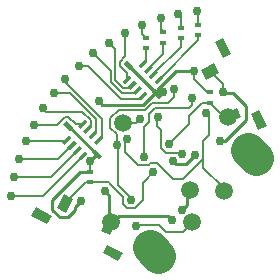
<source format=gbl>
G04 (created by PCBNEW (2013-jul-07)-stable) date Tue 08 Dec 2015 07:39:13 AM CST*
%MOIN*%
G04 Gerber Fmt 3.4, Leading zero omitted, Abs format*
%FSLAX34Y34*%
G01*
G70*
G90*
G04 APERTURE LIST*
%ADD10C,0.00590551*%
%ADD11R,0.0236X0.0157*%
%ADD12C,0.0590551*%
%ADD13C,0.11811*%
%ADD14C,0.0295276*%
%ADD15C,0.00984252*%
G04 APERTURE END LIST*
G54D10*
G54D11*
X72047Y-13326D03*
X72047Y-12972D03*
X68051Y-15984D03*
X68051Y-15630D03*
G54D10*
G36*
X71745Y-12236D02*
X72192Y-12013D01*
X72350Y-12330D01*
X71903Y-12553D01*
X71745Y-12236D01*
X71745Y-12236D01*
G37*
G36*
X72483Y-13716D02*
X72930Y-13493D01*
X73088Y-13810D01*
X72641Y-14033D01*
X72483Y-13716D01*
X72483Y-13716D01*
G37*
G36*
X73393Y-13702D02*
X73675Y-13561D01*
X73938Y-14090D01*
X73656Y-14230D01*
X73393Y-13702D01*
X73393Y-13702D01*
G37*
G36*
X72198Y-11306D02*
X72480Y-11165D01*
X72744Y-11694D01*
X72462Y-11834D01*
X72198Y-11306D01*
X72198Y-11306D01*
G37*
G36*
X68955Y-17307D02*
X68724Y-17750D01*
X68410Y-17587D01*
X68641Y-17143D01*
X68955Y-17307D01*
X68955Y-17307D01*
G37*
G36*
X67489Y-16543D02*
X67258Y-16987D01*
X66943Y-16823D01*
X67174Y-16380D01*
X67489Y-16543D01*
X67489Y-16543D01*
G37*
G36*
X66760Y-17089D02*
X66615Y-17369D01*
X66091Y-17096D01*
X66236Y-16817D01*
X66760Y-17089D01*
X66760Y-17089D01*
G37*
G36*
X69135Y-18326D02*
X68990Y-18605D01*
X68466Y-18332D01*
X68611Y-18053D01*
X69135Y-18326D01*
X69135Y-18326D01*
G37*
G36*
X67995Y-14460D02*
X68217Y-14237D01*
X68301Y-14321D01*
X68078Y-14543D01*
X67995Y-14460D01*
X67995Y-14460D01*
G37*
G36*
X67818Y-14283D02*
X68040Y-14060D01*
X68124Y-14144D01*
X67901Y-14367D01*
X67818Y-14283D01*
X67818Y-14283D01*
G37*
G36*
X68171Y-14637D02*
X68394Y-14414D01*
X68478Y-14498D01*
X68255Y-14720D01*
X68171Y-14637D01*
X68171Y-14637D01*
G37*
G36*
X67641Y-14106D02*
X67864Y-13884D01*
X67947Y-13967D01*
X67724Y-14190D01*
X67641Y-14106D01*
X67641Y-14106D01*
G37*
G36*
X67466Y-14989D02*
X67688Y-14766D01*
X67772Y-14850D01*
X67549Y-15072D01*
X67466Y-14989D01*
X67466Y-14989D01*
G37*
G36*
X67289Y-14812D02*
X67512Y-14589D01*
X67595Y-14673D01*
X67372Y-14896D01*
X67289Y-14812D01*
X67289Y-14812D01*
G37*
G36*
X67642Y-15166D02*
X67865Y-14943D01*
X67949Y-15026D01*
X67726Y-15249D01*
X67642Y-15166D01*
X67642Y-15166D01*
G37*
G36*
X67112Y-14635D02*
X67335Y-14413D01*
X67418Y-14496D01*
X67196Y-14719D01*
X67112Y-14635D01*
X67112Y-14635D01*
G37*
G36*
X67148Y-14031D02*
X67259Y-13919D01*
X67482Y-14142D01*
X67370Y-14253D01*
X67148Y-14031D01*
X67148Y-14031D01*
G37*
G36*
X68108Y-14991D02*
X68219Y-14880D01*
X68442Y-15102D01*
X68331Y-15214D01*
X68108Y-14991D01*
X68108Y-14991D01*
G37*
G54D12*
X69153Y-13996D03*
G54D10*
G36*
X70002Y-12452D02*
X70225Y-12229D01*
X70309Y-12313D01*
X70086Y-12536D01*
X70002Y-12452D01*
X70002Y-12452D01*
G37*
G36*
X69826Y-12275D02*
X70048Y-12053D01*
X70132Y-12136D01*
X69909Y-12359D01*
X69826Y-12275D01*
X69826Y-12275D01*
G37*
G36*
X70179Y-12629D02*
X70402Y-12406D01*
X70485Y-12490D01*
X70263Y-12712D01*
X70179Y-12629D01*
X70179Y-12629D01*
G37*
G36*
X69649Y-12099D02*
X69872Y-11876D01*
X69955Y-11959D01*
X69732Y-12182D01*
X69649Y-12099D01*
X69649Y-12099D01*
G37*
G36*
X69473Y-12981D02*
X69696Y-12758D01*
X69780Y-12842D01*
X69557Y-13065D01*
X69473Y-12981D01*
X69473Y-12981D01*
G37*
G36*
X69297Y-12804D02*
X69519Y-12582D01*
X69603Y-12665D01*
X69380Y-12888D01*
X69297Y-12804D01*
X69297Y-12804D01*
G37*
G36*
X69650Y-13158D02*
X69873Y-12935D01*
X69956Y-13019D01*
X69734Y-13241D01*
X69650Y-13158D01*
X69650Y-13158D01*
G37*
G36*
X69120Y-12627D02*
X69343Y-12405D01*
X69426Y-12488D01*
X69203Y-12711D01*
X69120Y-12627D01*
X69120Y-12627D01*
G37*
G36*
X69155Y-12023D02*
X69267Y-11911D01*
X69489Y-12134D01*
X69378Y-12245D01*
X69155Y-12023D01*
X69155Y-12023D01*
G37*
G36*
X70116Y-12983D02*
X70227Y-12872D01*
X70450Y-13094D01*
X70339Y-13206D01*
X70116Y-12983D01*
X70116Y-12983D01*
G37*
G54D13*
X70043Y-18142D02*
X70321Y-18421D01*
X73300Y-14885D02*
X73578Y-15164D01*
G54D12*
X71456Y-17303D03*
X72500Y-16259D03*
X71377Y-16220D03*
X72637Y-13799D03*
X68759Y-17303D03*
G54D11*
X71653Y-10728D03*
X71653Y-11082D03*
X71082Y-10826D03*
X71082Y-11180D03*
X70492Y-10964D03*
X70492Y-11318D03*
X69921Y-11161D03*
X69921Y-11515D03*
G54D14*
X68326Y-13267D03*
X70472Y-12952D03*
X71122Y-16889D03*
X71496Y-12283D03*
X67736Y-16594D03*
X68051Y-15275D03*
X70984Y-10354D03*
X71614Y-10255D03*
X69222Y-11003D03*
X71909Y-13661D03*
X69271Y-14527D03*
X70688Y-14704D03*
X69566Y-17421D03*
X70846Y-12854D03*
X68937Y-14724D03*
X69409Y-16574D03*
X70157Y-15649D03*
X65521Y-15807D03*
X65413Y-16437D03*
X70295Y-13799D03*
X71102Y-15019D03*
X69724Y-13858D03*
X65688Y-15206D03*
X68681Y-11318D03*
X71456Y-13169D03*
X69842Y-15118D03*
X66161Y-14064D03*
X66476Y-13513D03*
X66830Y-13011D03*
X67224Y-12539D03*
X68159Y-11683D03*
X67677Y-12086D03*
X65905Y-14616D03*
X69783Y-10728D03*
X70393Y-10511D03*
X70787Y-17244D03*
X70807Y-15275D03*
X68543Y-16279D03*
X71535Y-15078D03*
X72362Y-14606D03*
X72480Y-12972D03*
G54D15*
X68543Y-13385D02*
X68444Y-13385D01*
X68444Y-13385D02*
X68326Y-13267D01*
X68543Y-13395D02*
X68533Y-13395D01*
X68543Y-13385D02*
X68543Y-13395D01*
X70385Y-13039D02*
X70283Y-13039D01*
X70472Y-12952D02*
X70385Y-13039D01*
X70283Y-13039D02*
X70283Y-12905D01*
X70283Y-12905D02*
X70610Y-12578D01*
X70905Y-12283D02*
X71496Y-12283D01*
X70610Y-12578D02*
X70905Y-12283D01*
X68533Y-13395D02*
X69812Y-13395D01*
X70169Y-13039D02*
X69812Y-13395D01*
X70283Y-13039D02*
X70169Y-13039D01*
X71279Y-16732D02*
X71279Y-16318D01*
X71279Y-16318D02*
X71377Y-16220D01*
X71122Y-16889D02*
X71279Y-16732D01*
G54D10*
X72047Y-12972D02*
X71948Y-12972D01*
X71948Y-12972D02*
X71496Y-12519D01*
X71496Y-12519D02*
X71496Y-12283D01*
G54D15*
X67716Y-15630D02*
X68051Y-15630D01*
X66791Y-16555D02*
X67716Y-15630D01*
X66791Y-16889D02*
X66791Y-16555D01*
X67027Y-17125D02*
X66791Y-16889D01*
X67322Y-17125D02*
X67027Y-17125D01*
X67539Y-16909D02*
X67322Y-17125D01*
X67539Y-16791D02*
X67539Y-16909D01*
X67736Y-16594D02*
X67539Y-16791D01*
G54D10*
X68051Y-15275D02*
X68051Y-15630D01*
G54D15*
X68275Y-15051D02*
X68275Y-15047D01*
X68051Y-15275D02*
X68275Y-15051D01*
X67315Y-14086D02*
X68275Y-15047D01*
X69322Y-12078D02*
X70283Y-13039D01*
G54D10*
X71082Y-10826D02*
X71082Y-10452D01*
X71082Y-10452D02*
X70984Y-10354D01*
X71653Y-10728D02*
X71653Y-10295D01*
X71653Y-10295D02*
X71614Y-10255D01*
X71653Y-10295D02*
X71614Y-10255D01*
X69273Y-12558D02*
X69273Y-12324D01*
X69222Y-11781D02*
X69222Y-11003D01*
X69035Y-11968D02*
X69222Y-11781D01*
X69035Y-12086D02*
X69035Y-11968D01*
X69273Y-12324D02*
X69035Y-12086D01*
X69212Y-14957D02*
X69212Y-14586D01*
X69212Y-14586D02*
X69271Y-14527D01*
X72500Y-16259D02*
X72500Y-16181D01*
X72500Y-16181D02*
X71811Y-15492D01*
X71712Y-15295D02*
X71141Y-15866D01*
X70807Y-15866D02*
X70275Y-15334D01*
X71141Y-15866D02*
X70807Y-15866D01*
X71811Y-14685D02*
X71811Y-14586D01*
X71811Y-15196D02*
X71811Y-14685D01*
X71811Y-14586D02*
X72007Y-14389D01*
X72007Y-14389D02*
X72007Y-13759D01*
X72007Y-13759D02*
X71909Y-13661D01*
X71811Y-15492D02*
X71811Y-15196D01*
X69212Y-14957D02*
X69212Y-14960D01*
X69291Y-15039D02*
X69645Y-15393D01*
X69645Y-15393D02*
X70000Y-15393D01*
X70000Y-15393D02*
X70059Y-15334D01*
X70059Y-15334D02*
X70275Y-15334D01*
X69212Y-14960D02*
X69291Y-15039D01*
X71712Y-15295D02*
X71811Y-15196D01*
X71358Y-14035D02*
X71358Y-13759D01*
X71791Y-13326D02*
X72047Y-13326D01*
X71358Y-13759D02*
X71791Y-13326D01*
X70688Y-14704D02*
X71358Y-14035D01*
X72785Y-13763D02*
X72483Y-13763D01*
X72483Y-13763D02*
X72047Y-13326D01*
X70905Y-17618D02*
X71141Y-17618D01*
X71141Y-17618D02*
X71456Y-17303D01*
X69566Y-17421D02*
X69547Y-17401D01*
X70255Y-17401D02*
X70354Y-17401D01*
X69547Y-17401D02*
X70255Y-17401D01*
X70354Y-17401D02*
X70570Y-17618D01*
X70570Y-17618D02*
X70905Y-17618D01*
X68937Y-14370D02*
X68720Y-14153D01*
X70846Y-12854D02*
X70826Y-12874D01*
X70826Y-12874D02*
X70826Y-13129D01*
X68937Y-14370D02*
X68937Y-14724D01*
X70629Y-13326D02*
X70826Y-13129D01*
X70118Y-13326D02*
X70629Y-13326D01*
X69882Y-13562D02*
X70118Y-13326D01*
X68996Y-13562D02*
X69882Y-13562D01*
X68720Y-13838D02*
X68996Y-13562D01*
X68720Y-14153D02*
X68720Y-13838D01*
X68976Y-15216D02*
X68976Y-14763D01*
X68976Y-14763D02*
X68937Y-14724D01*
X69409Y-16574D02*
X69409Y-16515D01*
X68976Y-16082D02*
X68976Y-15216D01*
X68976Y-15216D02*
X68976Y-15177D01*
X69409Y-16515D02*
X68976Y-16082D01*
X68720Y-16043D02*
X68661Y-15984D01*
X68543Y-15984D02*
X68543Y-15984D01*
X68543Y-15984D02*
X68543Y-15984D01*
X68661Y-15984D02*
X68543Y-15984D01*
X69822Y-16574D02*
X69822Y-15984D01*
X69547Y-16850D02*
X69822Y-16574D01*
X69291Y-16850D02*
X69547Y-16850D01*
X69133Y-16692D02*
X69291Y-16850D01*
X69133Y-16456D02*
X69133Y-16692D01*
X68720Y-16043D02*
X69133Y-16456D01*
X70157Y-15649D02*
X69881Y-15925D01*
X69842Y-15964D02*
X69822Y-15984D01*
X69881Y-15925D02*
X69842Y-15964D01*
X68051Y-15984D02*
X68543Y-15984D01*
X68051Y-15984D02*
X67915Y-15984D01*
X67915Y-15984D02*
X67216Y-16683D01*
X71653Y-11082D02*
X71653Y-11238D01*
X71653Y-11238D02*
X70332Y-12559D01*
X67619Y-14919D02*
X67619Y-14920D01*
X66732Y-15807D02*
X65521Y-15807D01*
X67619Y-14920D02*
X66732Y-15807D01*
X67795Y-15096D02*
X67795Y-15117D01*
X66476Y-16437D02*
X65413Y-16437D01*
X67795Y-15117D02*
X66476Y-16437D01*
X70275Y-14094D02*
X70275Y-13818D01*
X70275Y-13818D02*
X70295Y-13799D01*
X70413Y-14842D02*
X70413Y-14232D01*
X71102Y-15019D02*
X71082Y-15000D01*
X71082Y-15000D02*
X70570Y-15000D01*
X70570Y-15000D02*
X70413Y-14842D01*
X70413Y-14232D02*
X70275Y-14094D01*
X69586Y-13996D02*
X69153Y-13996D01*
X69724Y-13858D02*
X69586Y-13996D01*
X67442Y-14743D02*
X67442Y-14743D01*
X66978Y-15206D02*
X65688Y-15206D01*
X67442Y-14743D02*
X66978Y-15206D01*
X69450Y-12735D02*
X69449Y-12735D01*
X68887Y-11525D02*
X68681Y-11318D01*
X68887Y-12568D02*
X68887Y-11525D01*
X69153Y-12834D02*
X68887Y-12568D01*
X69350Y-12834D02*
X69153Y-12834D01*
X69449Y-12735D02*
X69350Y-12834D01*
X69842Y-14133D02*
X70000Y-13976D01*
X70196Y-13503D02*
X70472Y-13503D01*
X70000Y-13700D02*
X70196Y-13503D01*
X70000Y-13976D02*
X70000Y-13700D01*
X71338Y-13503D02*
X71397Y-13444D01*
X71397Y-13444D02*
X71456Y-13385D01*
X71456Y-13385D02*
X71456Y-13169D01*
X70472Y-13503D02*
X71338Y-13503D01*
X69842Y-15118D02*
X69842Y-14133D01*
X67794Y-14037D02*
X67560Y-14037D01*
X66938Y-14064D02*
X66161Y-14064D01*
X67204Y-13799D02*
X66938Y-14064D01*
X67322Y-13799D02*
X67204Y-13799D01*
X67560Y-14037D02*
X67322Y-13799D01*
X67971Y-14214D02*
X67971Y-14213D01*
X66584Y-13622D02*
X66476Y-13513D01*
X67775Y-13622D02*
X66584Y-13622D01*
X68070Y-13917D02*
X67775Y-13622D01*
X68070Y-14114D02*
X68070Y-13917D01*
X67971Y-14213D02*
X68070Y-14114D01*
X68148Y-14390D02*
X68148Y-14390D01*
X67381Y-13011D02*
X66830Y-13011D01*
X68248Y-13877D02*
X67381Y-13011D01*
X68248Y-14291D02*
X68248Y-13877D01*
X68148Y-14390D02*
X68248Y-14291D01*
X68324Y-14567D02*
X68345Y-14567D01*
X67224Y-12637D02*
X67224Y-12539D01*
X68444Y-13858D02*
X67224Y-12637D01*
X68444Y-14468D02*
X68444Y-13858D01*
X68345Y-14567D02*
X68444Y-14468D01*
X69627Y-12911D02*
X69627Y-12912D01*
X68740Y-12263D02*
X68159Y-11683D01*
X68740Y-12637D02*
X68740Y-12263D01*
X69114Y-13011D02*
X68740Y-12637D01*
X69527Y-13011D02*
X69114Y-13011D01*
X69627Y-12912D02*
X69527Y-13011D01*
X69803Y-13088D02*
X69803Y-13089D01*
X67980Y-12086D02*
X67677Y-12086D01*
X69082Y-13188D02*
X67980Y-12086D01*
X69704Y-13188D02*
X69082Y-13188D01*
X69803Y-13089D02*
X69704Y-13188D01*
X67265Y-14566D02*
X67264Y-14566D01*
X67214Y-14616D02*
X65905Y-14616D01*
X67264Y-14566D02*
X67214Y-14616D01*
X69783Y-10728D02*
X69783Y-11023D01*
X69783Y-11023D02*
X69921Y-11161D01*
X69921Y-11515D02*
X69921Y-11910D01*
X69921Y-11910D02*
X69802Y-12029D01*
X70492Y-11318D02*
X70492Y-11693D01*
X70492Y-11693D02*
X69979Y-12206D01*
X70393Y-10511D02*
X70393Y-10866D01*
X70393Y-10866D02*
X70492Y-10964D01*
X71082Y-11180D02*
X71082Y-11456D01*
X71082Y-11456D02*
X70156Y-12382D01*
G54D15*
X69724Y-17106D02*
X69023Y-17106D01*
X69023Y-17106D02*
X68683Y-17447D01*
X70649Y-17106D02*
X69724Y-17106D01*
X69724Y-17106D02*
X69685Y-17106D01*
X70787Y-17244D02*
X70649Y-17106D01*
X71535Y-15078D02*
X71240Y-15374D01*
X70905Y-15374D02*
X70807Y-15275D01*
X71240Y-15374D02*
X70905Y-15374D01*
X68683Y-17447D02*
X68683Y-16419D01*
X68683Y-16419D02*
X68543Y-16279D01*
X72362Y-14606D02*
X72539Y-14606D01*
X72539Y-14606D02*
X72736Y-14409D01*
X73248Y-13897D02*
X72736Y-14409D01*
X73248Y-13425D02*
X73248Y-13897D01*
X72814Y-12992D02*
X73248Y-13425D01*
G54D10*
X72480Y-12972D02*
X72480Y-12715D01*
G54D15*
X72500Y-12992D02*
X72814Y-12992D01*
X72480Y-12972D02*
X72500Y-12992D01*
G54D10*
X72480Y-12715D02*
X72048Y-12283D01*
M02*

</source>
